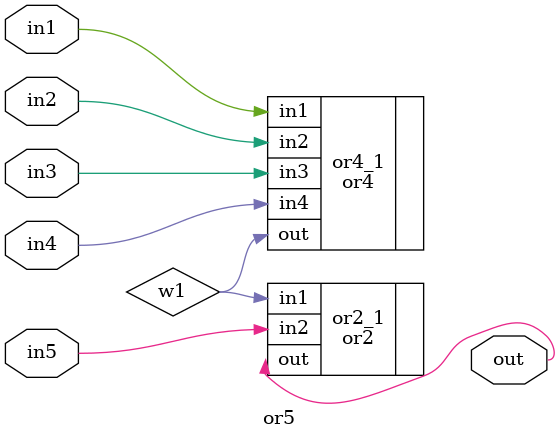
<source format=v>
`default_nettype none
module or5 (out, in1, in2, in3, in4, in5);
    output wire out;
    input wire in1, in2, in3, in4, in5;

    wire w1;

    or4 or4_1(.out(w1), .in1(in1), .in2(in2), .in3(in3), .in4(in4));
    or2 or2_1(.out(out), .in1(w1), .in2(in5));
endmodule
`default_nettype wire

</source>
